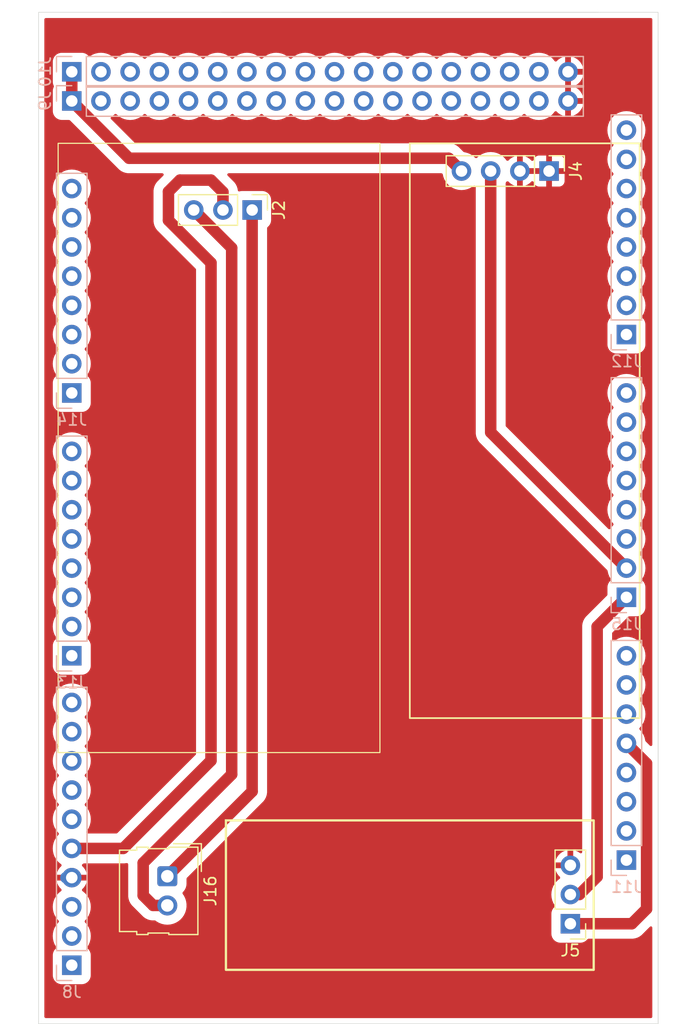
<source format=kicad_pcb>
(kicad_pcb (version 20240108) (generator "pcbnew") (generator_version "8.0")
  (layers (0 "F.Cu" signal) (31 "B.Cu" signal) (34 "B.Paste" user) (35 "F.Paste" user) (36 "B.SilkS" user "B.Silkscreen") (37 "F.SilkS" user "F.Silkscreen") (38 "B.Mask" user) (39 "F.Mask" user) (44 "Edge.Cuts" user))
  (net 0 "")
  (net 1 "GND")
  (net 2 "+5V")
  (net 3 "D13")
  (net 4 "A0")
  (net 5 "A1")
  (net 81 "unconnected-(J11-Pin_7-Pad7)")
  (net 83 "GNDPWR")
  (net 84 "VCC")
  (footprint "Connector_PinHeader_2.54mm:PinHeader_1x03_P2.54mm_Vertical" (layer "F.Cu") (at 163.98 82.3 -90)
    (property "Reference" "J2" (at 0 -2.33 90) (layer "F.SilkS"))
    (property "Value" "Relay Module")
    (fp_line (start -1.33 6.41) (end 1.33 6.41) (stroke (width 0.12)) (layer "F.SilkS"))
    (fp_line (start -1.33 1.27) (end -1.33 6.41) (stroke (width 0.12)) (layer "F.SilkS"))
    (fp_line (start -1.33 1.27) (end 1.33 1.27) (stroke (width 0.12)) (layer "F.SilkS"))
    (fp_line (start 1.33 1.27) (end 1.33 6.41) (stroke (width 0.12)) (layer "F.SilkS"))
    (fp_line (start -1.33 0) (end -1.33 -1.33) (stroke (width 0.12)) (layer "F.SilkS"))
    (fp_line (start -1.33 -1.33) (end 0 -1.33) (stroke (width 0.12)) (layer "F.SilkS"))
    (pad "1" thru_hole rect (at 0 0 270) (size 1.7 1.7) (drill 1) (layers "*.Cu" "*.Mask") (net 84 "VCC"))
    (pad "2" thru_hole oval (at 0 2.54 270) (size 1.7 1.7) (drill 1) (layers "*.Cu" "*.Mask") (net 3 "D13"))
    (pad "3" thru_hole oval (at 0 5.08 270) (size 1.7 1.7) (drill 1) (layers "*.Cu" "*.Mask") (net 83 "GNDPWR"))
  )
  (footprint "Connector_Molex:Molex_SL_171971-0002_1x02_P2.54mm_Vertical" (layer "F.Cu") (at 156.6 140.26 -90)
    (property "Reference" "J16" (at 1.27 -3.75 90) (layer "F.SilkS"))
    (property "Value" "Conn_01x02")
    (fp_line (start -2.27 4.16) (end 4.81 4.16) (stroke (width 0.12)) (layer "F.SilkS"))
    (fp_line (start 4.81 4.16) (end 4.81 2.66) (stroke (width 0.12)) (layer "F.SilkS"))
    (fp_line (start -2.53 2.66) (end -2.27 2.66) (stroke (width 0.12)) (layer "F.SilkS"))
    (fp_line (start -2.27 2.66) (end -2.27 4.16) (stroke (width 0.12)) (layer "F.SilkS"))
    (fp_line (start 4.81 2.66) (end 5.07 2.66) (stroke (width 0.12)) (layer "F.SilkS"))
    (fp_line (start 5.07 2.66) (end 5.07 1.68) (stroke (width 0.12)) (layer "F.SilkS"))
    (fp_line (start -2.53 1.68) (end -2.53 2.66) (stroke (width 0.12)) (layer "F.SilkS"))
    (fp_line (start -2.4 1.68) (end -2.53 1.68) (stroke (width 0.12)) (layer "F.SilkS"))
    (fp_line (start 4.94 1.68) (end 4.94 -0.13) (stroke (width 0.12)) (layer "F.SilkS"))
    (fp_line (start 5.07 1.68) (end 4.94 1.68) (stroke (width 0.12)) (layer "F.SilkS"))
    (fp_line (start -2.53 -0.13) (end -2.4 -0.13) (stroke (width 0.12)) (layer "F.SilkS"))
    (fp_line (start -2.4 -0.13) (end -2.4 1.68) (stroke (width 0.12)) (layer "F.SilkS"))
    (fp_line (start 4.94 -0.13) (end 5.07 -0.13) (stroke (width 0.12)) (layer "F.SilkS"))
    (fp_line (start 5.07 -0.13) (end 5.07 -2.66) (stroke (width 0.12)) (layer "F.SilkS"))
    (fp_line (start -2.83 -0.55) (end -2.83 -2.96) (stroke (width 0.12)) (layer "F.SilkS"))
    (fp_line (start -2.53 -2.66) (end -2.53 -0.13) (stroke (width 0.12)) (layer "F.SilkS"))
    (fp_line (start 5.07 -2.66) (end -2.53 -2.66) (stroke (width 0.12)) (layer "F.SilkS"))
    (fp_line (start -2.83 -2.96) (end -0.42 -2.96) (stroke (width 0.12)) (layer "F.SilkS"))
    (pad "1" thru_hole roundrect (at 0 0 270) (size 1.74 1.74) (drill 1.09) (layers "*.Cu" "*.Mask") (roundrect_rratio 0.143678) (net 84 "VCC"))
    (pad "2" thru_hole circle (at 2.54 0 270) (size 1.74 1.74) (drill 1.09) (layers "*.Cu" "*.Mask") (net 83 "GNDPWR"))
  )
  (footprint "Connector_PinHeader_2.54mm:PinHeader_1x04_P2.54mm_Vertical" (layer "F.Cu") (at 189.816 78.912 -90)
    (property "Reference" "J4" (at 0 -2.33 90) (layer "F.SilkS"))
    (property "Value" "ZMPT101b")
    (fp_line (start -1.33 8.95) (end 1.33 8.95) (stroke (width 0.12)) (layer "F.SilkS"))
    (fp_line (start -1.33 1.27) (end -1.33 8.95) (stroke (width 0.12)) (layer "F.SilkS"))
    (fp_line (start -1.33 1.27) (end 1.33 1.27) (stroke (width 0.12)) (layer "F.SilkS"))
    (fp_line (start 1.33 1.27) (end 1.33 8.95) (stroke (width 0.12)) (layer "F.SilkS"))
    (fp_line (start -1.33 0) (end -1.33 -1.33) (stroke (width 0.12)) (layer "F.SilkS"))
    (fp_line (start -1.33 -1.33) (end 0 -1.33) (stroke (width 0.12)) (layer "F.SilkS"))
    (pad "1" thru_hole rect (at 0 0 270) (size 1.7 1.7) (drill 1) (layers "*.Cu" "*.Mask") (net 1 "GND"))
    (pad "2" thru_hole oval (at 0 2.54 270) (size 1.7 1.7) (drill 1) (layers "*.Cu" "*.Mask") (net 1 "GND"))
    (pad "3" thru_hole oval (at 0 5.08 270) (size 1.7 1.7) (drill 1) (layers "*.Cu" "*.Mask") (net 5 "A1"))
    (pad "4" thru_hole oval (at 0 7.62 270) (size 1.7 1.7) (drill 1) (layers "*.Cu" "*.Mask") (net 2 "+5V"))
  )
  (footprint "Connector_PinHeader_2.54mm:PinHeader_1x03_P2.54mm_Vertical" (layer "F.Cu") (at 191.668 144.39 180)
    (property "Reference" "J5" (at 0 -2.33 360) (layer "F.SilkS"))
    (property "Value" "ACS712")
    (fp_line (start 1.33 1.27) (end 1.33 6.41) (stroke (width 0.12)) (layer "F.SilkS"))
    (fp_line (start -1.33 6.41) (end 1.33 6.41) (stroke (width 0.12)) (layer "F.SilkS"))
    (fp_line (start -1.33 1.27) (end 1.33 1.27) (stroke (width 0.12)) (layer "F.SilkS"))
    (fp_line (start -1.33 1.27) (end -1.33 6.41) (stroke (width 0.12)) (layer "F.SilkS"))
    (fp_line (start -1.33 0) (end -1.33 -1.33) (stroke (width 0.12)) (layer "F.SilkS"))
    (fp_line (start -1.33 -1.33) (end 0 -1.33) (stroke (width 0.12)) (layer "F.SilkS"))
    (pad "1" thru_hole rect (at 0 0 180) (size 1.7 1.7) (drill 1) (layers "*.Cu" "*.Mask") (net 2 "+5V"))
    (pad "2" thru_hole oval (at 0 2.54 180) (size 1.7 1.7) (drill 1) (layers "*.Cu" "*.Mask") (net 4 "A0"))
    (pad "3" thru_hole oval (at 0 5.08 180) (size 1.7 1.7) (drill 1) (layers "*.Cu" "*.Mask") (net 1 "GND"))
  )
  (footprint "Connector_PinHeader_2.54mm:PinHeader_1x08_P2.54mm_Vertical" (layer "B.Cu") (at 196.546 138.856)
    (property "Reference" "J11" (at 0 2.33 0) (layer "B.SilkS") (effects (justify mirror)))
    (property "Value" "Conn_01x08_Pin")
    (fp_line (start -1.33 -19.11) (end -1.33 -1.27) (stroke (width 0.12)) (layer "B.SilkS"))
    (fp_line (start -1.33 1.33) (end -1.33 0) (stroke (width 0.12)) (layer "B.SilkS"))
    (fp_line (start 0 1.33) (end -1.33 1.33) (stroke (width 0.12)) (layer "B.SilkS"))
    (fp_line (start 1.33 -19.11) (end -1.33 -19.11) (stroke (width 0.12)) (layer "B.SilkS"))
    (fp_line (start 1.33 -19.11) (end 1.33 -1.27) (stroke (width 0.12)) (layer "B.SilkS"))
    (fp_line (start 1.33 -1.27) (end -1.33 -1.27) (stroke (width 0.12)) (layer "B.SilkS"))
    (pad "1" thru_hole rect (at 0 0) (size 1.7 1.7) (drill 1) (layers "*.Cu" "*.Mask"))
    (pad "2" thru_hole oval (at 0 -2.54) (size 1.7 1.7) (drill 1) (layers "*.Cu" "*.Mask"))
    (pad "3" thru_hole oval (at 0 -5.08) (size 1.7 1.7) (drill 1) (layers "*.Cu" "*.Mask"))
    (pad "4" thru_hole oval (at 0 -7.62) (size 1.7 1.7) (drill 1) (layers "*.Cu" "*.Mask"))
    (pad "5" thru_hole oval (at 0 -10.16) (size 1.7 1.7) (drill 1) (layers "*.Cu" "*.Mask") (net 2 "+5V"))
    (pad "6" thru_hole oval (at 0 -12.7) (size 1.7 1.7) (drill 1) (layers "*.Cu" "*.Mask"))
    (pad "7" thru_hole oval (at 0 -15.24) (size 1.7 1.7) (drill 1) (layers "*.Cu" "*.Mask") (net 81 "unconnected-(J11-Pin_7-Pad7)"))
    (pad "8" thru_hole oval (at 0 -17.78) (size 1.7 1.7) (drill 1) (layers "*.Cu" "*.Mask"))
  )
  (footprint "Connector_PinHeader_2.54mm:PinHeader_1x10_P2.54mm_Vertical" (layer "B.Cu") (at 148.286 148)
    (property "Reference" "J8" (at 0 2.33 0) (layer "B.SilkS") (effects (justify mirror)))
    (property "Value" "Conn_01x10_Pin")
    (fp_line (start -1.33 -24.19) (end -1.33 -1.27) (stroke (width 0.12)) (layer "B.SilkS"))
    (fp_line (start -1.33 1.33) (end -1.33 0) (stroke (width 0.12)) (layer "B.SilkS"))
    (fp_line (start 0 1.33) (end -1.33 1.33) (stroke (width 0.12)) (layer "B.SilkS"))
    (fp_line (start 1.33 -24.19) (end -1.33 -24.19) (stroke (width 0.12)) (layer "B.SilkS"))
    (fp_line (start 1.33 -24.19) (end 1.33 -1.27) (stroke (width 0.12)) (layer "B.SilkS"))
    (fp_line (start 1.33 -1.27) (end -1.33 -1.27) (stroke (width 0.12)) (layer "B.SilkS"))
    (pad "1" thru_hole rect (at 0 0) (size 1.7 1.7) (drill 1) (layers "*.Cu" "*.Mask"))
    (pad "2" thru_hole oval (at 0 -2.54) (size 1.7 1.7) (drill 1) (layers "*.Cu" "*.Mask"))
    (pad "3" thru_hole oval (at 0 -5.08) (size 1.7 1.7) (drill 1) (layers "*.Cu" "*.Mask"))
    (pad "4" thru_hole oval (at 0 -7.62) (size 1.7 1.7) (drill 1) (layers "*.Cu" "*.Mask") (net 1 "GND"))
    (pad "5" thru_hole oval (at 0 -10.16) (size 1.7 1.7) (drill 1) (layers "*.Cu" "*.Mask") (net 3 "D13"))
    (pad "6" thru_hole oval (at 0 -12.7) (size 1.7 1.7) (drill 1) (layers "*.Cu" "*.Mask"))
    (pad "7" thru_hole oval (at 0 -15.24) (size 1.7 1.7) (drill 1) (layers "*.Cu" "*.Mask"))
    (pad "8" thru_hole oval (at 0 -17.78) (size 1.7 1.7) (drill 1) (layers "*.Cu" "*.Mask"))
    (pad "9" thru_hole oval (at 0 -20.32) (size 1.7 1.7) (drill 1) (layers "*.Cu" "*.Mask"))
    (pad "10" thru_hole oval (at 0 -22.86) (size 1.7 1.7) (drill 1) (layers "*.Cu" "*.Mask"))
  )
  (footprint "Connector_PinHeader_2.54mm:PinHeader_1x08_P2.54mm_Vertical" (layer "B.Cu") (at 196.546 93.136)
    (property "Reference" "J12" (at 0 2.33 0) (layer "B.SilkS") (effects (justify mirror)))
    (property "Value" "Conn_01x08_Pin")
    (fp_line (start -1.33 -19.11) (end -1.33 -1.27) (stroke (width 0.12)) (layer "B.SilkS"))
    (fp_line (start -1.33 1.33) (end -1.33 0) (stroke (width 0.12)) (layer "B.SilkS"))
    (fp_line (start 0 1.33) (end -1.33 1.33) (stroke (width 0.12)) (layer "B.SilkS"))
    (fp_line (start 1.33 -19.11) (end -1.33 -19.11) (stroke (width 0.12)) (layer "B.SilkS"))
    (fp_line (start 1.33 -19.11) (end 1.33 -1.27) (stroke (width 0.12)) (layer "B.SilkS"))
    (fp_line (start 1.33 -1.27) (end -1.33 -1.27) (stroke (width 0.12)) (layer "B.SilkS"))
    (pad "1" thru_hole rect (at 0 0) (size 1.7 1.7) (drill 1) (layers "*.Cu" "*.Mask"))
    (pad "2" thru_hole oval (at 0 -2.54) (size 1.7 1.7) (drill 1) (layers "*.Cu" "*.Mask"))
    (pad "3" thru_hole oval (at 0 -5.08) (size 1.7 1.7) (drill 1) (layers "*.Cu" "*.Mask"))
    (pad "4" thru_hole oval (at 0 -7.62) (size 1.7 1.7) (drill 1) (layers "*.Cu" "*.Mask"))
    (pad "5" thru_hole oval (at 0 -10.16) (size 1.7 1.7) (drill 1) (layers "*.Cu" "*.Mask"))
    (pad "6" thru_hole oval (at 0 -12.7) (size 1.7 1.7) (drill 1) (layers "*.Cu" "*.Mask"))
    (pad "7" thru_hole oval (at 0 -15.24) (size 1.7 1.7) (drill 1) (layers "*.Cu" "*.Mask"))
    (pad "8" thru_hole oval (at 0 -17.78) (size 1.7 1.7) (drill 1) (layers "*.Cu" "*.Mask"))
  )
  (footprint "Connector_PinHeader_2.54mm:PinHeader_1x08_P2.54mm_Vertical" (layer "B.Cu") (at 196.546 115.996)
    (property "Reference" "J15" (at 0 2.33 0) (layer "B.SilkS") (effects (justify mirror)))
    (property "Value" "Conn_01x08_Pin")
    (fp_line (start -1.33 -19.11) (end -1.33 -1.27) (stroke (width 0.12)) (layer "B.SilkS"))
    (fp_line (start -1.33 1.33) (end -1.33 0) (stroke (width 0.12)) (layer "B.SilkS"))
    (fp_line (start 0 1.33) (end -1.33 1.33) (stroke (width 0.12)) (layer "B.SilkS"))
    (fp_line (start 1.33 -19.11) (end -1.33 -19.11) (stroke (width 0.12)) (layer "B.SilkS"))
    (fp_line (start 1.33 -19.11) (end 1.33 -1.27) (stroke (width 0.12)) (layer "B.SilkS"))
    (fp_line (start 1.33 -1.27) (end -1.33 -1.27) (stroke (width 0.12)) (layer "B.SilkS"))
    (pad "1" thru_hole rect (at 0 0) (size 1.7 1.7) (drill 1) (layers "*.Cu" "*.Mask") (net 4 "A0"))
    (pad "2" thru_hole oval (at 0 -2.54) (size 1.7 1.7) (drill 1) (layers "*.Cu" "*.Mask") (net 5 "A1"))
    (pad "3" thru_hole oval (at 0 -5.08) (size 1.7 1.7) (drill 1) (layers "*.Cu" "*.Mask"))
    (pad "4" thru_hole oval (at 0 -7.62) (size 1.7 1.7) (drill 1) (layers "*.Cu" "*.Mask"))
    (pad "5" thru_hole oval (at 0 -10.16) (size 1.7 1.7) (drill 1) (layers "*.Cu" "*.Mask"))
    (pad "6" thru_hole oval (at 0 -12.7) (size 1.7 1.7) (drill 1) (layers "*.Cu" "*.Mask"))
    (pad "7" thru_hole oval (at 0 -15.24) (size 1.7 1.7) (drill 1) (layers "*.Cu" "*.Mask"))
    (pad "8" thru_hole oval (at 0 -17.78) (size 1.7 1.7) (drill 1) (layers "*.Cu" "*.Mask"))
  )
  (footprint "Connector_PinHeader_2.54mm:PinHeader_1x08_P2.54mm_Vertical" (layer "B.Cu") (at 148.286 98.216)
    (property "Reference" "J14" (at 0 2.33 0) (layer "B.SilkS") (effects (justify mirror)))
    (property "Value" "Conn_01x08_Pin")
    (fp_line (start -1.33 -19.11) (end -1.33 -1.27) (stroke (width 0.12)) (layer "B.SilkS"))
    (fp_line (start -1.33 1.33) (end -1.33 0) (stroke (width 0.12)) (layer "B.SilkS"))
    (fp_line (start 0 1.33) (end -1.33 1.33) (stroke (width 0.12)) (layer "B.SilkS"))
    (fp_line (start 1.33 -19.11) (end -1.33 -19.11) (stroke (width 0.12)) (layer "B.SilkS"))
    (fp_line (start 1.33 -19.11) (end 1.33 -1.27) (stroke (width 0.12)) (layer "B.SilkS"))
    (fp_line (start 1.33 -1.27) (end -1.33 -1.27) (stroke (width 0.12)) (layer "B.SilkS"))
    (pad "1" thru_hole rect (at 0 0) (size 1.7 1.7) (drill 1) (layers "*.Cu" "*.Mask"))
    (pad "2" thru_hole oval (at 0 -2.54) (size 1.7 1.7) (drill 1) (layers "*.Cu" "*.Mask"))
    (pad "3" thru_hole oval (at 0 -5.08) (size 1.7 1.7) (drill 1) (layers "*.Cu" "*.Mask"))
    (pad "4" thru_hole oval (at 0 -7.62) (size 1.7 1.7) (drill 1) (layers "*.Cu" "*.Mask"))
    (pad "5" thru_hole oval (at 0 -10.16) (size 1.7 1.7) (drill 1) (layers "*.Cu" "*.Mask"))
    (pad "6" thru_hole oval (at 0 -12.7) (size 1.7 1.7) (drill 1) (layers "*.Cu" "*.Mask"))
    (pad "7" thru_hole oval (at 0 -15.24) (size 1.7 1.7) (drill 1) (layers "*.Cu" "*.Mask"))
    (pad "8" thru_hole oval (at 0 -17.78) (size 1.7 1.7) (drill 1) (layers "*.Cu" "*.Mask"))
  )
  (footprint "Connector_PinHeader_2.54mm:PinHeader_1x08_P2.54mm_Vertical" (layer "B.Cu") (at 148.286 121.076)
    (property "Reference" "J13" (at 0 2.33 0) (layer "B.SilkS") (effects (justify mirror)))
    (property "Value" "Conn_01x08_Pin")
    (fp_line (start -1.33 -19.11) (end -1.33 -1.27) (stroke (width 0.12)) (layer "B.SilkS"))
    (fp_line (start -1.33 1.33) (end -1.33 0) (stroke (width 0.12)) (layer "B.SilkS"))
    (fp_line (start 0 1.33) (end -1.33 1.33) (stroke (width 0.12)) (layer "B.SilkS"))
    (fp_line (start 1.33 -19.11) (end -1.33 -19.11) (stroke (width 0.12)) (layer "B.SilkS"))
    (fp_line (start 1.33 -19.11) (end 1.33 -1.27) (stroke (width 0.12)) (layer "B.SilkS"))
    (fp_line (start 1.33 -1.27) (end -1.33 -1.27) (stroke (width 0.12)) (layer "B.SilkS"))
    (pad "1" thru_hole rect (at 0 0) (size 1.7 1.7) (drill 1) (layers "*.Cu" "*.Mask"))
    (pad "2" thru_hole oval (at 0 -2.54) (size 1.7 1.7) (drill 1) (layers "*.Cu" "*.Mask"))
    (pad "3" thru_hole oval (at 0 -5.08) (size 1.7 1.7) (drill 1) (layers "*.Cu" "*.Mask"))
    (pad "4" thru_hole oval (at 0 -7.62) (size 1.7 1.7) (drill 1) (layers "*.Cu" "*.Mask"))
    (pad "5" thru_hole oval (at 0 -10.16) (size 1.7 1.7) (drill 1) (layers "*.Cu" "*.Mask"))
    (pad "6" thru_hole oval (at 0 -12.7) (size 1.7 1.7) (drill 1) (layers "*.Cu" "*.Mask"))
    (pad "7" thru_hole oval (at 0 -15.24) (size 1.7 1.7) (drill 1) (layers "*.Cu" "*.Mask"))
    (pad "8" thru_hole oval (at 0 -17.78) (size 1.7 1.7) (drill 1) (layers "*.Cu" "*.Mask"))
  )
  (footprint "Connector_PinHeader_2.54mm:PinHeader_1x18_P2.54mm_Vertical" (layer "B.Cu") (at 148.286 72.816 -90)
    (property "Reference" "J9" (at 0 2.33 90) (layer "B.SilkS") (effects (justify mirror)))
    (property "Value" "Conn_01x18_Pin")
    (fp_line (start -1.33 1.33) (end -1.33 0) (stroke (width 0.12)) (layer "B.SilkS"))
    (fp_line (start 0 1.33) (end -1.33 1.33) (stroke (width 0.12)) (layer "B.SilkS"))
    (fp_line (start 1.33 -1.27) (end -1.33 -1.27) (stroke (width 0.12)) (layer "B.SilkS"))
    (fp_line (start -1.33 -44.51) (end -1.33 -1.27) (stroke (width 0.12)) (layer "B.SilkS"))
    (fp_line (start 1.33 -44.51) (end 1.33 -1.27) (stroke (width 0.12)) (layer "B.SilkS"))
    (fp_line (start 1.33 -44.51) (end -1.33 -44.51) (stroke (width 0.12)) (layer "B.SilkS"))
    (pad "1" thru_hole rect (at 0 0 270) (size 1.7 1.7) (drill 1) (layers "*.Cu" "*.Mask") (net 2 "+5V"))
    (pad "2" thru_hole oval (at 0 -2.54 270) (size 1.7 1.7) (drill 1) (layers "*.Cu" "*.Mask"))
    (pad "3" thru_hole oval (at 0 -5.08 270) (size 1.7 1.7) (drill 1) (layers "*.Cu" "*.Mask"))
    (pad "4" thru_hole oval (at 0 -7.62 270) (size 1.7 1.7) (drill 1) (layers "*.Cu" "*.Mask"))
    (pad "5" thru_hole oval (at 0 -10.16 270) (size 1.7 1.7) (drill 1) (layers "*.Cu" "*.Mask"))
    (pad "6" thru_hole oval (at 0 -12.7 270) (size 1.7 1.7) (drill 1) (layers "*.Cu" "*.Mask"))
    (pad "7" thru_hole oval (at 0 -15.24 270) (size 1.7 1.7) (drill 1) (layers "*.Cu" "*.Mask"))
    (pad "8" thru_hole oval (at 0 -17.78 270) (size 1.7 1.7) (drill 1) (layers "*.Cu" "*.Mask"))
    (pad "9" thru_hole oval (at 0 -20.32 270) (size 1.7 1.7) (drill 1) (layers "*.Cu" "*.Mask"))
    (pad "10" thru_hole oval (at 0 -22.86 270) (size 1.7 1.7) (drill 1) (layers "*.Cu" "*.Mask"))
    (pad "11" thru_hole oval (at 0 -25.4 270) (size 1.7 1.7) (drill 1) (layers "*.Cu" "*.Mask"))
    (pad "12" thru_hole oval (at 0 -27.94 270) (size 1.7 1.7) (drill 1) (layers "*.Cu" "*.Mask"))
    (pad "13" thru_hole oval (at 0 -30.48 270) (size 1.7 1.7) (drill 1) (layers "*.Cu" "*.Mask"))
    (pad "14" thru_hole oval (at 0 -33.02 270) (size 1.7 1.7) (drill 1) (layers "*.Cu" "*.Mask"))
    (pad "15" thru_hole oval (at 0 -35.56 270) (size 1.7 1.7) (drill 1) (layers "*.Cu" "*.Mask"))
    (pad "16" thru_hole oval (at 0 -38.1 270) (size 1.7 1.7) (drill 1) (layers "*.Cu" "*.Mask"))
    (pad "17" thru_hole oval (at 0 -40.64 270) (size 1.7 1.7) (drill 1) (layers "*.Cu" "*.Mask"))
    (pad "18" thru_hole oval (at 0 -43.18 270) (size 1.7 1.7) (drill 1) (layers "*.Cu" "*.Mask") (net 1 "GND"))
  )
  (footprint "Connector_PinHeader_2.54mm:PinHeader_1x18_P2.54mm_Vertical" (layer "B.Cu") (at 148.286 70.276 -90)
    (property "Reference" "J10" (at 0 2.33 90) (layer "B.SilkS") (effects (justify mirror)))
    (property "Value" "Conn_01x18_Pin")
    (fp_line (start -1.33 1.33) (end -1.33 0) (stroke (width 0.12)) (layer "B.SilkS"))
    (fp_line (start 0 1.33) (end -1.33 1.33) (stroke (width 0.12)) (layer "B.SilkS"))
    (fp_line (start 1.33 -1.27) (end -1.33 -1.27) (stroke (width 0.12)) (layer "B.SilkS"))
    (fp_line (start -1.33 -44.51) (end -1.33 -1.27) (stroke (width 0.12)) (layer "B.SilkS"))
    (fp_line (start 1.33 -44.51) (end 1.33 -1.27) (stroke (width 0.12)) (layer "B.SilkS"))
    (fp_line (start 1.33 -44.51) (end -1.33 -44.51) (stroke (width 0.12)) (layer "B.SilkS"))
    (pad "1" thru_hole rect (at 0 0 270) (size 1.7 1.7) (drill 1) (layers "*.Cu" "*.Mask") (net 2 "+5V"))
    (pad "2" thru_hole oval (at 0 -2.54 270) (size 1.7 1.7) (drill 1) (layers "*.Cu" "*.Mask"))
    (pad "3" thru_hole oval (at 0 -5.08 270) (size 1.7 1.7) (drill 1) (layers "*.Cu" "*.Mask"))
    (pad "4" thru_hole oval (at 0 -7.62 270) (size 1.7 1.7) (drill 1) (layers "*.Cu" "*.Mask"))
    (pad "5" thru_hole oval (at 0 -10.16 270) (size 1.7 1.7) (drill 1) (layers "*.Cu" "*.Mask"))
    (pad "6" thru_hole oval (at 0 -12.7 270) (size 1.7 1.7) (drill 1) (layers "*.Cu" "*.Mask"))
    (pad "7" thru_hole oval (at 0 -15.24 270) (size 1.7 1.7) (drill 1) (layers "*.Cu" "*.Mask"))
    (pad "8" thru_hole oval (at 0 -17.78 270) (size 1.7 1.7) (drill 1) (layers "*.Cu" "*.Mask"))
    (pad "9" thru_hole oval (at 0 -20.32 270) (size 1.7 1.7) (drill 1) (layers "*.Cu" "*.Mask"))
    (pad "10" thru_hole oval (at 0 -22.86 270) (size 1.7 1.7) (drill 1) (layers "*.Cu" "*.Mask"))
    (pad "11" thru_hole oval (at 0 -25.4 270) (size 1.7 1.7) (drill 1) (layers "*.Cu" "*.Mask"))
    (pad "12" thru_hole oval (at 0 -27.94 270) (size 1.7 1.7) (drill 1) (layers "*.Cu" "*.Mask"))
    (pad "13" thru_hole oval (at 0 -30.48 270) (size 1.7 1.7) (drill 1) (layers "*.Cu" "*.Mask"))
    (pad "14" thru_hole oval (at 0 -33.02 270) (size 1.7 1.7) (drill 1) (layers "*.Cu" "*.Mask"))
    (pad "15" thru_hole oval (at 0 -35.56 270) (size 1.7 1.7) (drill 1) (layers "*.Cu" "*.Mask"))
    (pad "16" thru_hole oval (at 0 -38.1 270) (size 1.7 1.7) (drill 1) (layers "*.Cu" "*.Mask"))
    (pad "17" thru_hole oval (at 0 -40.64 270) (size 1.7 1.7) (drill 1) (layers "*.Cu" "*.Mask"))
    (pad "18" thru_hole oval (at 0 -43.18 270) (size 1.7 1.7) (drill 1) (layers "*.Cu" "*.Mask") (net 1 "GND"))
  )
  (gr_rect (start 147.1 76.5) (end 175.1 129.5) (stroke (width 0.1)) (fill none) (layer "F.SilkS"))
  (gr_rect (start 161.7 135.4) (end 193.7 148.4) (stroke (width 0.2)) (fill none) (layer "F.SilkS"))
  (gr_rect (start 177.7 76.502) (end 197.7 126.502) (stroke (width 0.15)) (fill none) (layer "F.SilkS"))
  (gr_line (start 199.3 153.1) (end 145.4 153.1) (stroke (width 0.05)) (layer "Edge.Cuts"))
  (gr_rect (start 145.4 65.1) (end 199.3 153.1) (stroke (width 0.05)) (fill none) (layer "Edge.Cuts"))
  (gr_line (start 199.3 67.6) (end 199.3 153.1) (stroke (width 0.05)) (layer "Edge.Cuts"))
  (gr_line (start 161.3 65.1) (end 194.1 65.1) (stroke (width 0.05)) (layer "Edge.Cuts"))
  (segment (start 147.778 140.38) (end 148.286 140.38) (width 1) (layer "B.Cu") (net 1))
  (segment (start 198.3 130.45) (end 198.3 143.1) (width 1) (layer "F.Cu") (net 2))
  (segment (start 153.27 77.8) (end 148.286 72.816) (width 1) (layer "F.Cu") (net 2))
  (segment (start 196.546 128.696) (end 198.3 130.45) (width 1) (layer "F.Cu") (net 2))
  (segment (start 197.01 144.39) (end 191.668 144.39) (width 1) (layer "F.Cu") (net 2))
  (segment (start 198.3 143.1) (end 197.01 144.39) (width 1) (layer "F.Cu") (net 2))
  (segment (start 148.286 72.816) (end 148.286 70.276) (width 1) (layer "F.Cu") (net 2))
  (segment (start 182.196 78.912) (end 181.084 77.8) (width 1) (layer "F.Cu") (net 2))
  (segment (start 181.084 77.8) (end 153.27 77.8) (width 1) (layer "F.Cu") (net 2))
  (segment (start 160.4 86.9) (end 160.4 130.2) (width 1) (layer "F.Cu") (net 3))
  (segment (start 156.7 83.2) (end 160.4 86.9) (width 1) (layer "F.Cu") (net 3))
  (segment (start 156.7 80.7) (end 156.7 83.2) (width 1) (layer "F.Cu") (net 3))
  (segment (start 160.4 79.7) (end 157.7 79.7) (width 1) (layer "F.Cu") (net 3))
  (segment (start 160.4 130.2) (end 152.76 137.84) (width 1) (layer "F.Cu") (net 3))
  (segment (start 161.44 80.74) (end 160.4 79.7) (width 1) (layer "F.Cu") (net 3))
  (segment (start 161.44 82.3) (end 161.44 80.74) (width 1) (layer "F.Cu") (net 3))
  (segment (start 152.76 137.84) (end 148.286 137.84) (width 1) (layer "F.Cu") (net 3))
  (segment (start 157.7 79.7) (end 156.7 80.7) (width 1) (layer "F.Cu") (net 3))
  (segment (start 196.546 115.996) (end 194 118.542) (width 1) (layer "F.Cu") (net 4))
  (segment (start 194 118.542) (end 194 140.3) (width 1) (layer "F.Cu") (net 4))
  (segment (start 194 140.3) (end 192.45 141.85) (width 1) (layer "F.Cu") (net 4))
  (segment (start 192.45 141.85) (end 191.668 141.85) (width 1) (layer "F.Cu") (net 4))
  (segment (start 196.546 113.456) (end 184.736 101.646) (width 1) (layer "F.Cu") (net 5))
  (segment (start 184.736 101.646) (end 184.736 78.912) (width 1) (layer "F.Cu") (net 5))
  (segment (start 196.52 123.59) (end 196.546 123.616) (width 1) (layer "B.Cu") (net 81))
  (segment (start 162.2 85.6) (end 158.9 82.3) (width 1) (layer "F.Cu") (net 83))
  (segment (start 156.6 142.8) (end 155.369635 142.8) (width 1) (layer "F.Cu") (net 83))
  (segment (start 154.5 141.930365) (end 154.5 139.1) (width 1) (layer "F.Cu") (net 83))
  (segment (start 162.2 131.4) (end 162.2 85.6) (width 1) (layer "F.Cu") (net 83))
  (segment (start 155.369635 142.8) (end 154.5 141.930365) (width 1) (layer "F.Cu") (net 83))
  (segment (start 154.5 139.1) (end 162.2 131.4) (width 1) (layer "F.Cu") (net 83))
  (segment (start 163.98 82.3) (end 163.98 132.88) (width 1) (layer "F.Cu") (net 84))
  (segment (start 163.98 132.88) (end 156.6 140.26) (width 1) (layer "F.Cu") (net 84))
  (zone (net 1) (net_name "GND") (layer "F.Cu") (connect_pads (clearance 0.8)) (min_thickness 0.25) (fill yes (thermal_gap 0.5) (thermal_bridge_width 0.5))
    (polygon (pts (xy 145.4 153.1) (xy 145.4 65.1) (xy 199.3 65.1) (xy 199.3 153.1)))
  )
)
</source>
